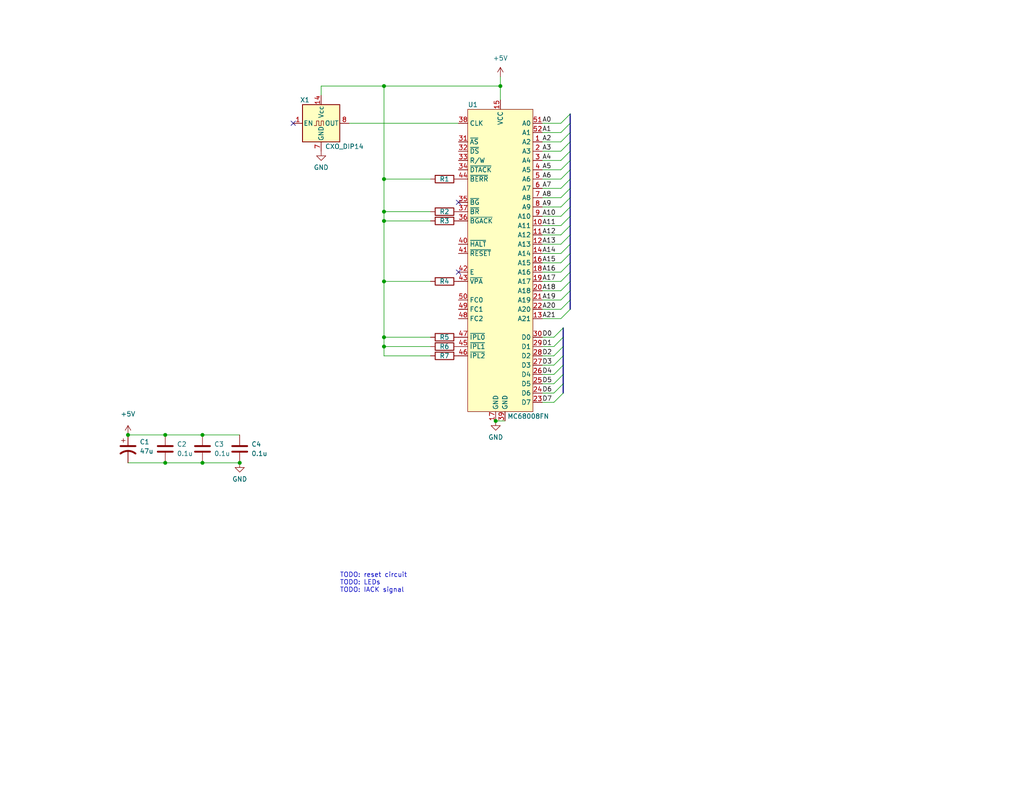
<source format=kicad_sch>
(kicad_sch (version 20211123) (generator eeschema)
  (paper "USLetter")
  (title_block (title "Mackerel-08 SBC") (date "2022-11-05") (rev "1.0a") (company "Herring Computers") (comment 1 "Author: Colin Maykish") (comment 2 "github.com/crmaykish/mackerel-68k"))
  (lib_symbols
    (symbol "Device:C" (pin_numbers hide) (pin_names (offset 0.254))
      (property "Reference" "C" (at 0.635 2.54 0))
      (property "Value" "C" (at 0.635 -2.54 0))
      (symbol "C_0_1"
        (polyline (pts (xy -2.032 -0.762) (xy 2.032 -0.762)) (stroke (width 0.508)))
        (polyline (pts (xy -2.032 0.762) (xy 2.032 0.762)) (stroke (width 0.508)))
      )
      (symbol "C_1_1"
        (pin passive line (at 0 3.81 270) (length 2.794) (name "~") (number "1"))
        (pin passive line (at 0 -3.81 90) (length 2.794) (name "~") (number "2"))
      )
    )
    (symbol "Device:C_Polarized_US" (pin_numbers hide) (pin_names (offset 0.254) hide)
      (property "Reference" "C" (at 0.635 2.54 0))
      (property "Value" "C_Polarized_US" (at 0.635 -2.54 0))
      (symbol "C_Polarized_US_0_1"
        (polyline (pts (xy -2.032 0.762) (xy 2.032 0.762)) (stroke (width 0.508)))
        (polyline (pts (xy -1.778 2.286) (xy -0.762 2.286)))
        (polyline (pts (xy -1.27 1.778) (xy -1.27 2.794)))
        (arc (start 2.032 -1.27) (mid 0 -0.5572) (end -2.032 -1.27) (stroke (width 0.508)))
      )
      (symbol "C_Polarized_US_1_1"
        (pin passive line (at 0 3.81 270) (length 2.794) (name "~") (number "1"))
        (pin passive line (at 0 -3.81 90) (length 3.302) (name "~") (number "2"))
      )
    )
    (symbol "Device:R" (pin_numbers hide) (pin_names (offset 0))
      (property "Reference" "R" (at 2.032 0 90))
      (property "Value" "R" (at 0 0 90))
      (symbol "R_0_1"
        (rectangle (start -1.016 -2.54) (end 1.016 2.54) (stroke (width 0.254)))
      )
      (symbol "R_1_1"
        (pin passive line (at 0 3.81 270) (length 1.27) (name "~") (number "1"))
        (pin passive line (at 0 -3.81 90) (length 1.27) (name "~") (number "2"))
      )
    )
    (symbol "Oscillator:CXO_DIP14" (pin_names (offset 0.254))
      (property "Reference" "X" (at -5.08 6.35 0))
      (property "Value" "CXO_DIP14" (at 1.27 -6.35 0))
      (symbol "CXO_DIP14_0_1"
        (rectangle (start -5.08 5.08) (end 5.08 -5.08) (stroke (width 0.254)) (fill (type background)))
        (polyline (pts (xy -1.905 -0.635) (xy -1.27 -0.635) (xy -1.27 0.635) (xy -0.635 0.635) (xy -0.635 -0.635) (xy 0 -0.635) (xy 0 0.635) (xy 0.635 0.635) (xy 0.635 -0.635)))
      )
      (symbol "CXO_DIP14_1_1"
        (pin input line (at -7.62 0 0) (length 2.54) (name "EN") (number "1"))
        (pin power_in line (at 0 7.62 270) (length 2.54) (name "Vcc") (number "14"))
        (pin power_in line (at 0 -7.62 90) (length 2.54) (name "GND") (number "7"))
        (pin output line (at 7.62 0 180) (length 2.54) (name "OUT") (number "8"))
      )
    )
    (symbol "mackerel:MC68008FN"
      (property "Reference" "U" (at -7.62 41.91 0))
      (property "Value" "MC68008FN" (at 7.62 -43.18 0))
      (symbol "MC68008FN_0_1"
        (rectangle (start -8.89 40.64) (end 8.89 -41.91) (fill (type background)))
      )
      (symbol "MC68008FN_1_1"
        (pin output line (at 11.43 31.75 180) (length 2.54) (name "A2") (number "1"))
        (pin output line (at 11.43 8.89 180) (length 2.54) (name "A11") (number "10"))
        (pin output line (at 11.43 6.35 180) (length 2.54) (name "A12") (number "11"))
        (pin output line (at 11.43 3.81 180) (length 2.54) (name "A13") (number "12"))
        (pin output line (at 11.43 -16.51 180) (length 2.54) (name "A21") (number "13"))
        (pin output line (at 11.43 1.27 180) (length 2.54) (name "A14") (number "14"))
        (pin power_in line (at 0 43.18 270) (length 2.54) (name "VCC") (number "15"))
        (pin output line (at 11.43 -1.27 180) (length 2.54) (name "A15") (number "16"))
        (pin power_in line (at -1.27 -44.45 90) (length 2.54) (name "GND") (number "17"))
        (pin output line (at 11.43 -3.81 180) (length 2.54) (name "A16") (number "18"))
        (pin output line (at 11.43 -6.35 180) (length 2.54) (name "A17") (number "19"))
        (pin output line (at 11.43 29.21 180) (length 2.54) (name "A3") (number "2"))
        (pin output line (at 11.43 -8.89 180) (length 2.54) (name "A18") (number "20"))
        (pin output line (at 11.43 -11.43 180) (length 2.54) (name "A19") (number "21"))
        (pin output line (at 11.43 -13.97 180) (length 2.54) (name "A20") (number "22"))
        (pin bidirectional line (at 11.43 -39.37 180) (length 2.54) (name "D7") (number "23"))
        (pin bidirectional line (at 11.43 -36.83 180) (length 2.54) (name "D6") (number "24"))
        (pin bidirectional line (at 11.43 -34.29 180) (length 2.54) (name "D5") (number "25"))
        (pin bidirectional line (at 11.43 -31.75 180) (length 2.54) (name "D4") (number "26"))
        (pin bidirectional line (at 11.43 -29.21 180) (length 2.54) (name "D3") (number "27"))
        (pin bidirectional line (at 11.43 -26.67 180) (length 2.54) (name "D2") (number "28"))
        (pin bidirectional line (at 11.43 -24.13 180) (length 2.54) (name "D1") (number "29"))
        (pin output line (at 11.43 26.67 180) (length 2.54) (name "A4") (number "3"))
        (pin bidirectional line (at 11.43 -21.59 180) (length 2.54) (name "D0") (number "30"))
        (pin output line (at -11.43 31.75 0) (length 2.54) (name "~{AS}") (number "31"))
        (pin output line (at -11.43 29.21 0) (length 2.54) (name "~{DS}") (number "32"))
        (pin output line (at -11.43 26.67 0) (length 2.54) (name "R/W") (number "33"))
        (pin input line (at -11.43 24.13 0) (length 2.54) (name "~{DTACK}") (number "34"))
        (pin output line (at -11.43 15.24 0) (length 2.54) (name "~{BG}") (number "35"))
        (pin output line (at -11.43 10.16 0) (length 2.54) (name "~{BGACK}") (number "36"))
        (pin input line (at -11.43 12.7 0) (length 2.54) (name "~{BR}") (number "37"))
        (pin input line (at -11.43 36.83 0) (length 2.54) (name "CLK") (number "38"))
        (pin power_in line (at 1.27 -44.45 90) (length 2.54) (name "GND") (number "39"))
        (pin output line (at 11.43 24.13 180) (length 2.54) (name "A5") (number "4"))
        (pin bidirectional line (at -11.43 3.81 0) (length 2.54) (name "~{HALT}") (number "40"))
        (pin input line (at -11.43 1.27 0) (length 2.54) (name "~{RESET}") (number "41"))
        (pin output line (at -11.43 -3.81 0) (length 2.54) (name "E") (number "42"))
        (pin output line (at -11.43 -6.35 0) (length 2.54) (name "~{VPA}") (number "43"))
        (pin input line (at -11.43 21.59 0) (length 2.54) (name "~{BERR}") (number "44"))
        (pin input line (at -11.43 -24.13 0) (length 2.54) (name "~{IPL1}") (number "45"))
        (pin input line (at -11.43 -26.67 0) (length 2.54) (name "~{IPL2}") (number "46"))
        (pin input line (at -11.43 -21.59 0) (length 2.54) (name "~{IPL0}") (number "47"))
        (pin output line (at -11.43 -16.51 0) (length 2.54) (name "FC2") (number "48"))
        (pin output line (at -11.43 -13.97 0) (length 2.54) (name "FC1") (number "49"))
        (pin output line (at 11.43 21.59 180) (length 2.54) (name "A6") (number "5"))
        (pin output line (at -11.43 -11.43 0) (length 2.54) (name "FC0") (number "50"))
        (pin output line (at 11.43 36.83 180) (length 2.54) (name "A0") (number "51"))
        (pin output line (at 11.43 34.29 180) (length 2.54) (name "A1") (number "52"))
        (pin output line (at 11.43 19.05 180) (length 2.54) (name "A7") (number "6"))
        (pin output line (at 11.43 16.51 180) (length 2.54) (name "A8") (number "7"))
        (pin output line (at 11.43 13.97 180) (length 2.54) (name "A9") (number "8"))
        (pin output line (at 11.43 11.43 180) (length 2.54) (name "A10") (number "9"))
      )
    )
    (symbol "power:+5V" (power) (pin_names (offset 0))
      (property "Value" "+5V" (at 0 3.556 0))
      (symbol "+5V_0_1"
        (polyline (pts (xy -0.762 1.27) (xy 0 2.54)))
        (polyline (pts (xy 0 0) (xy 0 2.54)))
        (polyline (pts (xy 0 2.54) (xy 0.762 1.27)))
      )
      (symbol "+5V_1_1"
        (pin power_in line (at 0 0 90) (length 0) hide (name "+5V") (number "1"))
      )
    )
    (symbol "power:GND" (power) (pin_names (offset 0))
      (property "Value" "GND" (at 0 -3.81 0))
      (symbol "GND_0_1"
        (polyline (pts (xy 0 0) (xy 0 -1.27) (xy 1.27 -1.27) (xy 0 -2.54) (xy -1.27 -1.27) (xy 0 -1.27)))
      )
      (symbol "GND_1_1"
        (pin power_in line (at 0 0 270) (length 0) hide (name "GND") (number "1"))
      )
    )
  )
  (junction (at 104.775 60.325))
  (junction (at 104.775 76.835))
  (junction (at 34.925 118.745))
  (junction (at 104.775 57.785))
  (junction (at 55.245 118.745))
  (junction (at 136.525 23.495))
  (junction (at 65.405 126.365))
  (junction (at 45.085 118.745))
  (junction (at 135.255 114.935))
  (junction (at 45.085 126.365))
  (junction (at 104.775 48.895))
  (junction (at 104.775 92.075))
  (junction (at 104.775 23.495))
  (junction (at 104.775 94.615))
  (junction (at 55.245 126.365))
  (no_connect (at 80.01 33.655))
  (no_connect (at 125.095 55.245))
  (no_connect (at 125.095 74.295))
  (bus_entry (at 153.035 61.595) (size 2.54 -2.54))
  (bus_entry (at 153.67 99.695) (size -2.54 2.54))
  (bus_entry (at 153.035 38.735) (size 2.54 -2.54))
  (bus_entry (at 153.035 86.995) (size 2.54 -2.54))
  (bus_entry (at 153.035 33.655) (size 2.54 -2.54))
  (bus_entry (at 153.67 92.075) (size -2.54 2.54))
  (bus_entry (at 153.035 59.055) (size 2.54 -2.54))
  (bus_entry (at 153.67 107.315) (size -2.54 2.54))
  (bus_entry (at 153.035 51.435) (size 2.54 -2.54))
  (bus_entry (at 153.035 64.135) (size 2.54 -2.54))
  (bus_entry (at 153.035 84.455) (size 2.54 -2.54))
  (bus_entry (at 153.035 76.835) (size 2.54 -2.54))
  (bus_entry (at 153.035 53.975) (size 2.54 -2.54))
  (bus_entry (at 153.035 66.675) (size 2.54 -2.54))
  (bus_entry (at 153.035 48.895) (size 2.54 -2.54))
  (bus_entry (at 153.035 81.915) (size 2.54 -2.54))
  (bus_entry (at 153.67 104.775) (size -2.54 2.54))
  (bus_entry (at 153.035 46.355) (size 2.54 -2.54))
  (bus_entry (at 153.67 97.155) (size -2.54 2.54))
  (bus_entry (at 153.035 74.295) (size 2.54 -2.54))
  (bus_entry (at 153.67 102.235) (size -2.54 2.54))
  (bus_entry (at 153.035 71.755) (size 2.54 -2.54))
  (bus_entry (at 153.035 79.375) (size 2.54 -2.54))
  (bus_entry (at 153.035 69.215) (size 2.54 -2.54))
  (bus_entry (at 153.67 94.615) (size -2.54 2.54))
  (bus_entry (at 153.035 41.275) (size 2.54 -2.54))
  (bus_entry (at 153.035 56.515) (size 2.54 -2.54))
  (bus_entry (at 153.035 43.815) (size 2.54 -2.54))
  (bus_entry (at 153.67 89.535) (size -2.54 2.54))
  (bus_entry (at 153.035 36.195) (size 2.54 -2.54))
  (wire (pts (xy 147.955 43.815) (xy 153.035 43.815)))
  (wire (pts (xy 95.25 33.655) (xy 125.095 33.655)))
  (bus (pts (xy 155.575 79.375) (xy 155.575 81.915)))
  (bus (pts (xy 155.575 38.735) (xy 155.575 41.275)))
  (wire (pts (xy 147.955 79.375) (xy 153.035 79.375)))
  (wire (pts (xy 147.955 84.455) (xy 153.035 84.455)))
  (wire (pts (xy 147.955 51.435) (xy 153.035 51.435)))
  (wire (pts (xy 147.955 76.835) (xy 153.035 76.835)))
  (wire (pts (xy 104.775 60.325) (xy 117.475 60.325)))
  (wire (pts (xy 45.085 126.365) (xy 55.245 126.365)))
  (wire (pts (xy 117.475 97.155) (xy 104.775 97.155)))
  (wire (pts (xy 117.475 92.075) (xy 104.775 92.075)))
  (wire (pts (xy 104.775 23.495) (xy 136.525 23.495)))
  (wire (pts (xy 135.255 114.935) (xy 137.795 114.935)))
  (wire (pts (xy 147.955 33.655) (xy 153.035 33.655)))
  (bus (pts (xy 155.575 41.275) (xy 155.575 43.815)))
  (bus (pts (xy 155.575 51.435) (xy 155.575 53.975)))
  (bus (pts (xy 155.575 81.915) (xy 155.575 84.455)))
  (wire (pts (xy 147.955 66.675) (xy 153.035 66.675)))
  (wire (pts (xy 117.475 94.615) (xy 104.775 94.615)))
  (wire (pts (xy 104.775 60.325) (xy 104.775 57.785)))
  (wire (pts (xy 104.775 48.895) (xy 104.775 23.495)))
  (wire (pts (xy 147.955 71.755) (xy 153.035 71.755)))
  (wire (pts (xy 147.955 104.775) (xy 151.13 104.775)))
  (wire (pts (xy 147.955 94.615) (xy 151.13 94.615)))
  (wire (pts (xy 55.245 118.745) (xy 65.405 118.745)))
  (bus (pts (xy 155.575 43.815) (xy 155.575 46.355)))
  (bus (pts (xy 153.67 94.615) (xy 153.67 97.155)))
  (bus (pts (xy 155.575 33.655) (xy 155.575 36.195)))
  (wire (pts (xy 147.955 36.195) (xy 153.035 36.195)))
  (bus (pts (xy 155.575 69.215) (xy 155.575 71.755)))
  (wire (pts (xy 55.245 126.365) (xy 65.405 126.365)))
  (bus (pts (xy 153.67 99.695) (xy 153.67 102.235)))
  (wire (pts (xy 147.955 38.735) (xy 153.035 38.735)))
  (wire (pts (xy 104.775 48.895) (xy 117.475 48.895)))
  (wire (pts (xy 147.955 97.155) (xy 151.13 97.155)))
  (bus (pts (xy 155.575 74.295) (xy 155.575 76.835)))
  (bus (pts (xy 155.575 36.195) (xy 155.575 38.735)))
  (bus (pts (xy 155.575 61.595) (xy 155.575 64.135)))
  (wire (pts (xy 147.955 46.355) (xy 153.035 46.355)))
  (wire (pts (xy 104.775 57.785) (xy 117.475 57.785)))
  (wire (pts (xy 147.955 81.915) (xy 153.035 81.915)))
  (bus (pts (xy 155.575 76.835) (xy 155.575 79.375)))
  (bus (pts (xy 155.575 56.515) (xy 155.575 59.055)))
  (wire (pts (xy 147.955 41.275) (xy 153.035 41.275)))
  (wire (pts (xy 45.085 118.745) (xy 55.245 118.745)))
  (bus (pts (xy 155.575 53.975) (xy 155.575 56.515)))
  (wire (pts (xy 147.955 56.515) (xy 153.035 56.515)))
  (bus (pts (xy 155.575 46.355) (xy 155.575 48.895)))
  (bus (pts (xy 153.67 89.535) (xy 153.67 92.075)))
  (wire (pts (xy 34.925 118.745) (xy 45.085 118.745)))
  (bus (pts (xy 155.575 64.135) (xy 155.575 66.675)))
  (wire (pts (xy 87.63 26.035) (xy 87.63 23.495)))
  (wire (pts (xy 147.955 48.895) (xy 153.035 48.895)))
  (bus (pts (xy 153.67 97.155) (xy 153.67 99.695)))
  (bus (pts (xy 155.575 66.675) (xy 155.575 69.215)))
  (wire (pts (xy 136.525 20.955) (xy 136.525 23.495)))
  (wire (pts (xy 147.955 102.235) (xy 151.13 102.235)))
  (bus (pts (xy 155.575 59.055) (xy 155.575 61.595)))
  (wire (pts (xy 87.63 23.495) (xy 104.775 23.495)))
  (wire (pts (xy 104.775 97.155) (xy 104.775 94.615)))
  (wire (pts (xy 147.955 61.595) (xy 153.035 61.595)))
  (wire (pts (xy 104.775 57.785) (xy 104.775 48.895)))
  (bus (pts (xy 153.67 104.775) (xy 153.67 107.315)))
  (wire (pts (xy 147.955 74.295) (xy 153.035 74.295)))
  (wire (pts (xy 117.475 76.835) (xy 104.775 76.835)))
  (wire (pts (xy 34.925 126.365) (xy 45.085 126.365)))
  (wire (pts (xy 104.775 76.835) (xy 104.775 60.325)))
  (wire (pts (xy 147.955 109.855) (xy 151.13 109.855)))
  (bus (pts (xy 153.67 102.235) (xy 153.67 104.775)))
  (wire (pts (xy 104.775 94.615) (xy 104.775 92.075)))
  (wire (pts (xy 147.955 92.075) (xy 151.13 92.075)))
  (bus (pts (xy 155.575 48.895) (xy 155.575 51.435)))
  (bus (pts (xy 155.575 31.115) (xy 155.575 33.655)))
  (wire (pts (xy 147.955 64.135) (xy 153.035 64.135)))
  (bus (pts (xy 155.575 71.755) (xy 155.575 74.295)))
  (wire (pts (xy 147.955 86.995) (xy 153.035 86.995)))
  (wire (pts (xy 104.775 92.075) (xy 104.775 76.835)))
  (wire (pts (xy 147.955 69.215) (xy 153.035 69.215)))
  (wire (pts (xy 147.955 53.975) (xy 153.035 53.975)))
  (wire (pts (xy 136.525 23.495) (xy 136.525 27.305)))
  (wire (pts (xy 147.955 107.315) (xy 151.13 107.315)))
  (bus (pts (xy 153.67 92.075) (xy 153.67 94.615)))
  (wire (pts (xy 147.955 59.055) (xy 153.035 59.055)))
  (wire (pts (xy 147.955 99.695) (xy 151.13 99.695)))
  (text "TODO: reset circuit\nTODO: LEDs\nTODO: IACK signal" (at 92.71 161.925 0) (effects (font (size 1.27 1.27)) (justify left bottom)))
  (label "A5" (at 147.955 46.355 0))
  (label "A6" (at 147.955 48.895 0))
  (label "A9" (at 147.955 56.515 0))
  (label "A4" (at 147.955 43.815 0))
  (label "D2" (at 147.955 97.155 0))
  (label "A1" (at 147.955 36.195 0))
  (label "A21" (at 147.955 86.995 0))
  (label "A20" (at 147.955 84.455 0))
  (label "A8" (at 147.955 53.975 0))
  (label "A18" (at 147.955 79.375 0))
  (label "D7" (at 147.955 109.855 0))
  (label "D4" (at 147.955 102.235 0))
  (label "A12" (at 147.955 64.135 0))
  (label "D3" (at 147.955 99.695 0))
  (label "A3" (at 147.955 41.275 0))
  (label "A15" (at 147.955 71.755 0))
  (label "D5" (at 147.955 104.775 0))
  (label "A13" (at 147.955 66.675 0))
  (label "A7" (at 147.955 51.435 0))
  (label "A2" (at 147.955 38.735 0))
  (label "A17" (at 147.955 76.835 0))
  (label "A19" (at 147.955 81.915 0))
  (label "A16" (at 147.955 74.295 0))
  (label "A0" (at 147.955 33.655 0))
  (label "D6" (at 147.955 107.315 0))
  (label "A10" (at 147.955 59.055 0))
  (label "D1" (at 147.955 94.615 0))
  (label "A11" (at 147.955 61.595 0))
  (label "A14" (at 147.955 69.215 0))
  (label "D0" (at 147.955 92.075 0))
  (symbol (lib_id "power:GND") (at 135.255 114.935 0) (unit 1)
    (property "Reference" "#PWR0102" (effects hide))
    (property "Value" "GND" (at 135.255 119.38 0))
  )
  (symbol (lib_id "Device:R") (at 121.285 76.835 90) (unit 1)
    (property "Reference" "R4" (at 121.285 76.835 90))
    (property "Value" "4k7" (effects hide))
  )
  (symbol (lib_id "mackerel:MC68008FN") (at 136.525 70.485 0) (unit 1)
    (property "Reference" "U1" (at 127.635 28.575 0) (effects (justify left)))
    (property "Value" "MC68008FN" (at 138.43 113.665 0) (effects (justify left)))
    (property "Footprint" "Package_LCC:PLCC-52_THT-Socket" (effects hide))
  )
  (symbol (lib_id "power:+5V") (at 34.925 118.745 0) (unit 1)
    (property "Reference" "#PWR0105" (effects hide))
    (property "Value" "+5V" (at 34.925 113.03 0))
  )
  (symbol (lib_id "Device:C") (at 65.405 122.555 0) (unit 1)
    (property "Reference" "C4" (at 68.58 121.2849 0) (effects (justify left)))
    (property "Value" "0.1u" (at 68.58 123.8249 0) (effects (justify left)))
  )
  (symbol (lib_id "Device:R") (at 121.285 57.785 270) (unit 1)
    (property "Reference" "R2" (at 121.285 57.785 90))
    (property "Value" "4k7" (effects hide))
  )
  (symbol (lib_id "Device:C") (at 55.245 122.555 0) (unit 1)
    (property "Reference" "C3" (at 58.42 121.2849 0) (effects (justify left)))
    (property "Value" "0.1u" (at 58.42 123.8249 0) (effects (justify left)))
  )
  (symbol (lib_id "Device:R") (at 121.285 94.615 270) (unit 1)
    (property "Reference" "R6" (at 121.285 94.615 90))
    (property "Value" "4k7" (effects hide))
  )
  (symbol (lib_id "Device:R") (at 121.285 60.325 270) (unit 1)
    (property "Reference" "R3" (at 121.285 60.325 90))
    (property "Value" "4k7" (effects hide))
  )
  (symbol (lib_id "Device:R") (at 121.285 92.075 270) (unit 1)
    (property "Reference" "R5" (at 121.285 92.075 90))
    (property "Value" "4k7" (effects hide))
  )
  (symbol (lib_id "Oscillator:CXO_DIP14") (at 87.63 33.655 0) (unit 1)
    (property "Reference" "X1" (at 83.185 27.305 0))
    (property "Value" "CXO_DIP14" (at 93.98 40.005 0))
    (property "Footprint" "Oscillator:Oscillator_DIP-14" (effects hide))
    (property "Datasheet" "http://cdn-reichelt.de/documents/datenblatt/B400/OSZI.pdf" (effects hide))
  )
  (symbol (lib_id "Device:C_Polarized_US") (at 34.925 122.555 0) (unit 1)
    (property "Reference" "C1" (at 38.1 120.6499 0) (effects (justify left)))
    (property "Value" "47u" (at 38.1 123.1899 0) (effects (justify left)))
  )
  (symbol (lib_id "Device:C") (at 45.085 122.555 0) (unit 1)
    (property "Reference" "C2" (at 48.26 121.2849 0) (effects (justify left)))
    (property "Value" "0.1u" (at 48.26 123.8249 0) (effects (justify left)))
  )
  (symbol (lib_id "Device:R") (at 121.285 97.155 270) (unit 1)
    (property "Reference" "R7" (at 121.285 97.155 90))
    (property "Value" "4k7" (effects hide))
  )
  (symbol (lib_id "power:GND") (at 65.405 126.365 0) (unit 1)
    (property "Reference" "#PWR0103" (effects hide))
    (property "Value" "GND" (at 65.405 130.81 0))
  )
  (symbol (lib_id "Device:R") (at 121.285 48.895 270) (unit 1)
    (property "Reference" "R1" (at 121.285 48.895 90))
    (property "Value" "4k7" (effects hide))
  )
  (symbol (lib_id "power:GND") (at 87.63 41.275 0) (unit 1)
    (property "Reference" "#PWR0104" (effects hide))
    (property "Value" "GND" (at 87.63 45.72 0))
  )
  (symbol (lib_id "power:+5V") (at 136.525 20.955 0) (unit 1)
    (property "Reference" "#PWR0101" (effects hide))
    (property "Value" "+5V" (at 136.525 15.875 0))
  )
)
</source>
